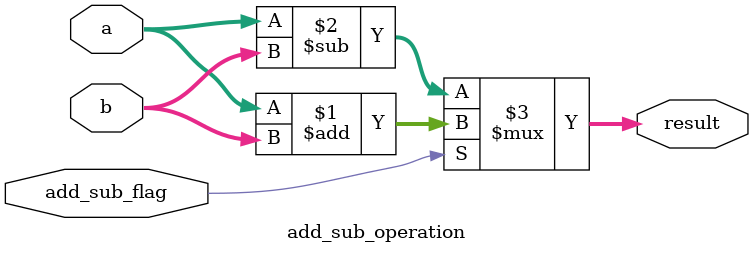
<source format=v>
module add_sub_operation(
    input [31:0] a,
    input [31:0] b,
    input add_sub_flag,
    output [31:0] result
);
    assign result = add_sub_flag ? (a + b) : (a - b);
endmodule

</source>
